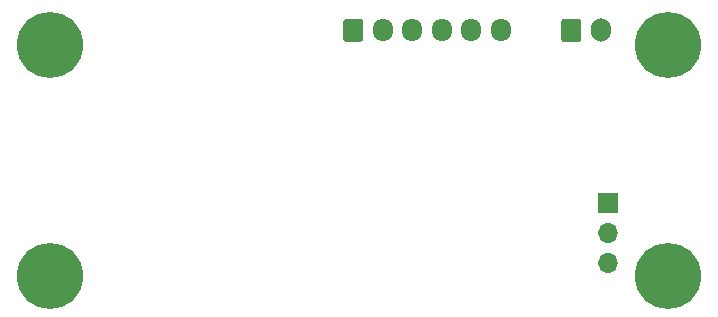
<source format=gbr>
%TF.GenerationSoftware,KiCad,Pcbnew,(5.1.9)-1*%
%TF.CreationDate,2021-05-29T10:09:57-04:00*%
%TF.ProjectId,wled,776c6564-2e6b-4696-9361-645f70636258,rev?*%
%TF.SameCoordinates,Original*%
%TF.FileFunction,Soldermask,Bot*%
%TF.FilePolarity,Negative*%
%FSLAX46Y46*%
G04 Gerber Fmt 4.6, Leading zero omitted, Abs format (unit mm)*
G04 Created by KiCad (PCBNEW (5.1.9)-1) date 2021-05-29 10:09:57*
%MOMM*%
%LPD*%
G01*
G04 APERTURE LIST*
%ADD10C,5.600000*%
%ADD11R,1.700000X1.700000*%
%ADD12O,1.700000X1.700000*%
%ADD13O,1.700000X1.950000*%
%ADD14O,1.700000X2.000000*%
G04 APERTURE END LIST*
D10*
%TO.C,H4*%
X185166000Y-120650000D03*
%TD*%
%TO.C,H3*%
X185166000Y-101092000D03*
%TD*%
%TO.C,H2*%
X132842000Y-101092000D03*
%TD*%
%TO.C,H1*%
X132842000Y-120650000D03*
%TD*%
D11*
%TO.C,J2*%
X180086000Y-114427000D03*
D12*
X180086000Y-116967000D03*
X180086000Y-119507000D03*
%TD*%
%TO.C,J1*%
G36*
G01*
X157646000Y-100547000D02*
X157646000Y-99097000D01*
G75*
G02*
X157896000Y-98847000I250000J0D01*
G01*
X159096000Y-98847000D01*
G75*
G02*
X159346000Y-99097000I0J-250000D01*
G01*
X159346000Y-100547000D01*
G75*
G02*
X159096000Y-100797000I-250000J0D01*
G01*
X157896000Y-100797000D01*
G75*
G02*
X157646000Y-100547000I0J250000D01*
G01*
G37*
D13*
X160996000Y-99822000D03*
X163496000Y-99822000D03*
X165996000Y-99822000D03*
X168496000Y-99822000D03*
X170996000Y-99822000D03*
%TD*%
%TO.C,J4*%
G36*
G01*
X176101000Y-100572000D02*
X176101000Y-99072000D01*
G75*
G02*
X176351000Y-98822000I250000J0D01*
G01*
X177551000Y-98822000D01*
G75*
G02*
X177801000Y-99072000I0J-250000D01*
G01*
X177801000Y-100572000D01*
G75*
G02*
X177551000Y-100822000I-250000J0D01*
G01*
X176351000Y-100822000D01*
G75*
G02*
X176101000Y-100572000I0J250000D01*
G01*
G37*
D14*
X179451000Y-99822000D03*
%TD*%
M02*

</source>
